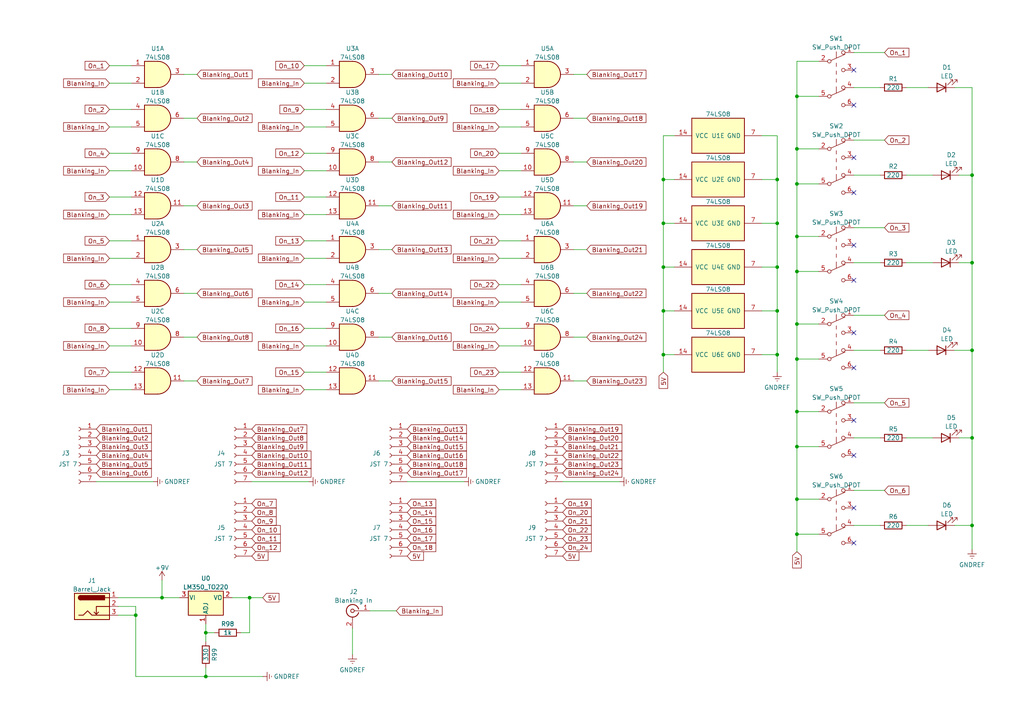
<source format=kicad_sch>
(kicad_sch (version 20211123) (generator eeschema)
  (paper "A4")
  (lib_symbols
    (symbol "74xx:74LS08" (pin_names (offset 1.016))
      (property "Reference" "U" (at 0 1.27 0))
      (property "Value" "74LS08" (at 0 -1.27 0))
      (symbol "74LS08_1_1"
        (pin input line (at -7.62 2.54 0) (length 3.81) (name "~") (number "1"))
        (pin input line (at -7.62 -2.54 0) (length 3.81) (name "~") (number "2"))
        (pin output line (at 7.62 0 180) (length 3.81) (name "~") (number "3"))
      )
      (symbol "74LS08_1_2"
        (pin input inverted (at -7.62 2.54 0) (length 4.318) (name "~") (number "1"))
        (pin input inverted (at -7.62 -2.54 0) (length 4.318) (name "~") (number "2"))
        (pin output inverted (at 7.62 0 180) (length 3.81) (name "~") (number "3"))
      )
      (symbol "74LS08_2_1"
        (pin input line (at -7.62 2.54 0) (length 3.81) (name "~") (number "4"))
        (pin input line (at -7.62 -2.54 0) (length 3.81) (name "~") (number "5"))
        (pin output line (at 7.62 0 180) (length 3.81) (name "~") (number "6"))
      )
      (symbol "74LS08_2_2"
        (pin input inverted (at -7.62 2.54 0) (length 4.318) (name "~") (number "4"))
        (pin input inverted (at -7.62 -2.54 0) (length 4.318) (name "~") (number "5"))
        (pin output inverted (at 7.62 0 180) (length 3.81) (name "~") (number "6"))
      )
      (symbol "74LS08_3_1"
        (pin input line (at -7.62 -2.54 0) (length 3.81) (name "~") (number "10"))
        (pin output line (at 7.62 0 180) (length 3.81) (name "~") (number "8"))
        (pin input line (at -7.62 2.54 0) (length 3.81) (name "~") (number "9"))
      )
      (symbol "74LS08_3_2"
        (pin input inverted (at -7.62 -2.54 0) (length 4.318) (name "~") (number "10"))
        (pin output inverted (at 7.62 0 180) (length 3.81) (name "~") (number "8"))
        (pin input inverted (at -7.62 2.54 0) (length 4.318) (name "~") (number "9"))
      )
      (symbol "74LS08_4_1"
        (pin output line (at 7.62 0 180) (length 3.81) (name "~") (number "11"))
        (pin input line (at -7.62 2.54 0) (length 3.81) (name "~") (number "12"))
        (pin input line (at -7.62 -2.54 0) (length 3.81) (name "~") (number "13"))
      )
      (symbol "74LS08_4_2"
        (pin output inverted (at 7.62 0 180) (length 3.81) (name "~") (number "11"))
        (pin input inverted (at -7.62 2.54 0) (length 4.318) (name "~") (number "12"))
        (pin input inverted (at -7.62 -2.54 0) (length 4.318) (name "~") (number "13"))
      )
      (symbol "74LS08_5_0"
        (pin power_in line (at 0 12.7 270) (length 5.08) (name "VCC") (number "14"))
        (pin power_in line (at 0 -12.7 90) (length 5.08) (name "GND") (number "7"))
      )
    )
    (symbol "Connector:Barrel_Jack_Switch_Pin3Ring" (pin_names hide)
      (property "Reference" "J" (at 0 5.334 0))
      (property "Value" "Barrel_Jack_Switch_Pin3Ring" (at 0 -5.08 0))
      (symbol "Barrel_Jack_Switch_Pin3Ring_1_1"
        (pin passive line (at 7.62 2.54 180) (length 2.54) (name "~") (number "1"))
        (pin passive line (at 7.62 0 180) (length 2.54) (name "~") (number "2"))
        (pin passive line (at 7.62 -2.54 180) (length 2.54) (name "~") (number "3"))
      )
    )
    (symbol "Connector:Conn_01x07_Female" (pin_names (offset 1.016) hide)
      (property "Reference" "J" (at 0 10.16 0))
      (property "Value" "Conn_01x07_Female" (at 0 -10.16 0))
      (symbol "Conn_01x07_Female_1_1"
        (pin passive line (at -5.08 7.62 0) (length 3.81) (name "Pin_1") (number "1"))
        (pin passive line (at -5.08 5.08 0) (length 3.81) (name "Pin_2") (number "2"))
        (pin passive line (at -5.08 2.54 0) (length 3.81) (name "Pin_3") (number "3"))
        (pin passive line (at -5.08 0 0) (length 3.81) (name "Pin_4") (number "4"))
        (pin passive line (at -5.08 -2.54 0) (length 3.81) (name "Pin_5") (number "5"))
        (pin passive line (at -5.08 -5.08 0) (length 3.81) (name "Pin_6") (number "6"))
        (pin passive line (at -5.08 -7.62 0) (length 3.81) (name "Pin_7") (number "7"))
      )
    )
    (symbol "Connector:Conn_Coaxial" (pin_names (offset 1.016) hide)
      (property "Reference" "J" (at 0.254 3.048 0))
      (property "Value" "Conn_Coaxial" (at 2.921 0 90))
      (symbol "Conn_Coaxial_1_1"
        (pin passive line (at -5.08 0 0) (length 2.54) (name "In") (number "1"))
        (pin passive line (at 0 -5.08 90) (length 2.54) (name "Ext") (number "2"))
      )
    )
    (symbol "Device:LED" (pin_numbers hide) (pin_names (offset 1.016) hide)
      (property "Reference" "D" (at 0 2.54 0))
      (property "Value" "LED" (at 0 -2.54 0))
      (symbol "LED_1_1"
        (pin passive line (at -3.81 0 0) (length 2.54) (name "K") (number "1"))
        (pin passive line (at 3.81 0 180) (length 2.54) (name "A") (number "2"))
      )
    )
    (symbol "Device:R" (pin_numbers hide) (pin_names (offset 0))
      (property "Reference" "R" (at 2.032 0 90))
      (property "Value" "R" (at 0 0 90))
      (symbol "R_1_1"
        (pin passive line (at 0 3.81 270) (length 1.27) (name "~") (number "1"))
        (pin passive line (at 0 -3.81 90) (length 1.27) (name "~") (number "2"))
      )
    )
    (symbol "Regulator_Linear:LM350_TO220" (pin_names (offset 0.254))
      (property "Reference" "U" (at -3.81 3.175 0))
      (property "Value" "LM350_TO220" (at 0 3.175 0))
      (symbol "LM350_TO220_1_1"
        (pin input line (at 0 -7.62 90) (length 2.54) (name "ADJ") (number "1"))
        (pin power_out line (at 7.62 0 180) (length 2.54) (name "VO") (number "2"))
        (pin power_in line (at -7.62 0 0) (length 2.54) (name "VI") (number "3"))
      )
    )
    (symbol "Switch:SW_Push_DPDT" (pin_names (offset 0) hide)
      (property "Reference" "SW" (at 0 8.89 0))
      (property "Value" "SW_Push_DPDT" (at 0 -10.16 0))
      (symbol "SW_Push_DPDT_1_1"
        (pin passive line (at 5.08 7.62 180) (length 2.54) (name "A") (number "1"))
        (pin passive line (at -5.08 5.08 0) (length 2.54) (name "B") (number "2"))
        (pin passive line (at 5.08 2.54 180) (length 2.54) (name "C") (number "3"))
        (pin passive line (at 5.08 -2.54 180) (length 2.54) (name "A") (number "4"))
        (pin passive line (at -5.08 -5.08 0) (length 2.54) (name "B") (number "5"))
        (pin passive line (at 5.08 -7.62 180) (length 2.54) (name "C") (number "6"))
      )
    )
    (symbol "power:+9V" (power) (pin_names (offset 0))
      (property "Value" "+9V" (at 0 3.556 0))
      (symbol "+9V_1_1"
        (pin power_in line (at 0 0 90) (length 0) hide (name "+9V") (number "1"))
      )
    )
    (symbol "power:GNDREF" (power) (pin_names (offset 0))
      (property "Value" "GNDREF" (at 0 -3.81 0))
      (symbol "GNDREF_1_1"
        (pin power_in line (at 0 0 270) (length 0) hide (name "GNDREF") (number "1"))
      )
    )
  )
  (junction (at 225.425 77.47))
  (junction (at 231.14 53.34))
  (junction (at 231.14 68.58))
  (junction (at 192.405 77.47))
  (junction (at 281.94 127))
  (junction (at 231.14 78.74))
  (junction (at 192.405 64.77))
  (junction (at 225.425 64.77))
  (junction (at 281.94 50.8))
  (junction (at 231.14 43.18))
  (junction (at 72.39 173.355))
  (junction (at 231.14 154.94))
  (junction (at 225.425 52.07))
  (junction (at 281.94 101.6))
  (junction (at 231.14 104.14))
  (junction (at 225.425 102.87))
  (junction (at 59.69 196.215))
  (junction (at 281.94 152.4))
  (junction (at 39.37 178.435))
  (junction (at 231.14 129.54))
  (junction (at 59.69 183.515))
  (junction (at 225.425 90.17))
  (junction (at 231.14 27.94))
  (junction (at 192.405 52.07))
  (junction (at 46.99 173.355))
  (junction (at 192.405 102.87))
  (junction (at 231.14 144.78))
  (junction (at 231.14 119.38))
  (junction (at 281.94 76.2))
  (junction (at 192.405 90.17))
  (junction (at 231.14 93.98))
  (no_connect (at 247.65 121.92))
  (no_connect (at 247.65 20.32))
  (no_connect (at 247.65 132.08))
  (no_connect (at 247.65 106.68))
  (no_connect (at 247.65 147.32))
  (no_connect (at 247.65 71.12))
  (no_connect (at 247.65 55.88))
  (no_connect (at 247.65 30.48))
  (no_connect (at 247.65 45.72))
  (no_connect (at 247.65 157.48))
  (no_connect (at 247.65 81.28))
  (no_connect (at 247.65 96.52))
  (wire (pts (xy 262.89 50.8) (xy 270.51 50.8)))
  (wire (pts (xy 31.75 36.83) (xy 38.1 36.83)))
  (wire (pts (xy 231.14 43.18) (xy 231.14 53.34)))
  (wire (pts (xy 109.855 46.99) (xy 113.665 46.99)))
  (wire (pts (xy 88.265 19.05) (xy 94.615 19.05)))
  (wire (pts (xy 144.78 24.13) (xy 151.13 24.13)))
  (wire (pts (xy 231.14 27.94) (xy 231.14 43.18)))
  (wire (pts (xy 144.78 74.93) (xy 151.13 74.93)))
  (wire (pts (xy 225.425 90.17) (xy 225.425 102.87)))
  (wire (pts (xy 281.94 25.4) (xy 281.94 50.8)))
  (wire (pts (xy 53.34 21.59) (xy 57.15 21.59)))
  (wire (pts (xy 59.69 193.675) (xy 59.69 196.215)))
  (wire (pts (xy 31.75 31.75) (xy 38.1 31.75)))
  (wire (pts (xy 192.405 102.87) (xy 192.405 107.95)))
  (wire (pts (xy 88.265 107.95) (xy 94.615 107.95)))
  (wire (pts (xy 225.425 90.17) (xy 220.98 90.17)))
  (wire (pts (xy 163.195 139.7) (xy 179.705 139.7)))
  (wire (pts (xy 34.29 178.435) (xy 39.37 178.435)))
  (wire (pts (xy 281.94 76.2) (xy 281.94 101.6)))
  (wire (pts (xy 231.14 68.58) (xy 231.14 78.74)))
  (wire (pts (xy 31.75 62.23) (xy 38.1 62.23)))
  (wire (pts (xy 31.75 24.13) (xy 38.1 24.13)))
  (wire (pts (xy 31.75 19.05) (xy 38.1 19.05)))
  (wire (pts (xy 27.94 139.7) (xy 44.45 139.7)))
  (wire (pts (xy 278.13 50.8) (xy 281.94 50.8)))
  (wire (pts (xy 109.855 85.09) (xy 113.665 85.09)))
  (wire (pts (xy 53.34 46.99) (xy 57.15 46.99)))
  (wire (pts (xy 88.265 57.15) (xy 94.615 57.15)))
  (wire (pts (xy 276.86 101.6) (xy 281.94 101.6)))
  (wire (pts (xy 166.37 46.99) (xy 170.18 46.99)))
  (wire (pts (xy 88.265 36.83) (xy 94.615 36.83)))
  (wire (pts (xy 262.89 101.6) (xy 269.24 101.6)))
  (wire (pts (xy 31.75 57.15) (xy 38.1 57.15)))
  (wire (pts (xy 144.78 31.75) (xy 151.13 31.75)))
  (wire (pts (xy 109.855 97.79) (xy 113.665 97.79)))
  (wire (pts (xy 262.89 152.4) (xy 269.24 152.4)))
  (wire (pts (xy 144.78 95.25) (xy 151.13 95.25)))
  (wire (pts (xy 225.425 39.37) (xy 225.425 52.07)))
  (wire (pts (xy 195.58 52.07) (xy 192.405 52.07)))
  (wire (pts (xy 88.265 87.63) (xy 94.615 87.63)))
  (wire (pts (xy 144.78 19.05) (xy 151.13 19.05)))
  (wire (pts (xy 144.78 62.23) (xy 151.13 62.23)))
  (wire (pts (xy 281.94 101.6) (xy 281.94 127)))
  (wire (pts (xy 276.86 25.4) (xy 281.94 25.4)))
  (wire (pts (xy 231.14 119.38) (xy 231.14 129.54)))
  (wire (pts (xy 69.85 183.515) (xy 72.39 183.515)))
  (wire (pts (xy 88.265 24.13) (xy 94.615 24.13)))
  (wire (pts (xy 192.405 90.17) (xy 195.58 90.17)))
  (wire (pts (xy 247.65 101.6) (xy 255.27 101.6)))
  (wire (pts (xy 192.405 52.07) (xy 192.405 64.77)))
  (wire (pts (xy 59.69 196.215) (xy 76.2 196.215)))
  (wire (pts (xy 73.025 139.7) (xy 89.535 139.7)))
  (wire (pts (xy 53.34 59.69) (xy 57.15 59.69)))
  (wire (pts (xy 166.37 85.09) (xy 170.18 85.09)))
  (wire (pts (xy 31.75 44.45) (xy 38.1 44.45)))
  (wire (pts (xy 231.14 53.34) (xy 231.14 68.58)))
  (wire (pts (xy 220.98 39.37) (xy 225.425 39.37)))
  (wire (pts (xy 166.37 72.39) (xy 170.18 72.39)))
  (wire (pts (xy 231.14 154.94) (xy 237.49 154.94)))
  (wire (pts (xy 231.14 27.94) (xy 231.14 17.78)))
  (wire (pts (xy 281.94 127) (xy 281.94 152.4)))
  (wire (pts (xy 88.265 44.45) (xy 94.615 44.45)))
  (wire (pts (xy 144.78 87.63) (xy 151.13 87.63)))
  (wire (pts (xy 88.265 82.55) (xy 94.615 82.55)))
  (wire (pts (xy 231.14 104.14) (xy 237.49 104.14)))
  (wire (pts (xy 220.98 52.07) (xy 225.425 52.07)))
  (wire (pts (xy 144.78 49.53) (xy 151.13 49.53)))
  (wire (pts (xy 278.13 127) (xy 281.94 127)))
  (wire (pts (xy 31.75 100.33) (xy 38.1 100.33)))
  (wire (pts (xy 278.13 76.2) (xy 281.94 76.2)))
  (wire (pts (xy 192.405 39.37) (xy 195.58 39.37)))
  (wire (pts (xy 109.855 59.69) (xy 113.665 59.69)))
  (wire (pts (xy 247.65 15.24) (xy 256.54 15.24)))
  (wire (pts (xy 88.265 95.25) (xy 94.615 95.25)))
  (wire (pts (xy 39.37 175.895) (xy 39.37 178.435)))
  (wire (pts (xy 31.75 95.25) (xy 38.1 95.25)))
  (wire (pts (xy 231.14 53.34) (xy 237.49 53.34)))
  (wire (pts (xy 88.265 100.33) (xy 94.615 100.33)))
  (wire (pts (xy 31.75 49.53) (xy 38.1 49.53)))
  (wire (pts (xy 247.65 91.44) (xy 256.54 91.44)))
  (wire (pts (xy 262.89 127) (xy 270.51 127)))
  (wire (pts (xy 225.425 77.47) (xy 225.425 90.17)))
  (wire (pts (xy 231.14 78.74) (xy 237.49 78.74)))
  (wire (pts (xy 247.65 66.04) (xy 256.54 66.04)))
  (wire (pts (xy 59.69 196.215) (xy 39.37 196.215)))
  (wire (pts (xy 262.89 25.4) (xy 269.24 25.4)))
  (wire (pts (xy 102.235 182.245) (xy 102.235 189.865)))
  (wire (pts (xy 281.94 50.8) (xy 281.94 76.2)))
  (wire (pts (xy 231.14 68.58) (xy 237.49 68.58)))
  (wire (pts (xy 46.99 173.355) (xy 52.07 173.355)))
  (wire (pts (xy 53.34 34.29) (xy 57.15 34.29)))
  (wire (pts (xy 144.78 44.45) (xy 151.13 44.45)))
  (wire (pts (xy 59.69 183.515) (xy 59.69 186.055)))
  (wire (pts (xy 144.78 69.85) (xy 151.13 69.85)))
  (wire (pts (xy 109.855 72.39) (xy 113.665 72.39)))
  (wire (pts (xy 281.94 152.4) (xy 281.94 159.385)))
  (wire (pts (xy 34.29 173.355) (xy 46.99 173.355)))
  (wire (pts (xy 231.14 144.78) (xy 237.49 144.78)))
  (wire (pts (xy 88.265 62.23) (xy 94.615 62.23)))
  (wire (pts (xy 192.405 52.07) (xy 192.405 39.37)))
  (wire (pts (xy 231.14 17.78) (xy 237.49 17.78)))
  (wire (pts (xy 231.14 144.78) (xy 231.14 154.94)))
  (wire (pts (xy 247.65 116.84) (xy 256.54 116.84)))
  (wire (pts (xy 192.405 64.77) (xy 192.405 77.47)))
  (wire (pts (xy 59.69 180.975) (xy 59.69 183.515)))
  (wire (pts (xy 192.405 64.77) (xy 195.58 64.77)))
  (wire (pts (xy 109.855 21.59) (xy 113.665 21.59)))
  (wire (pts (xy 166.37 21.59) (xy 170.18 21.59)))
  (wire (pts (xy 144.78 82.55) (xy 151.13 82.55)))
  (wire (pts (xy 231.14 129.54) (xy 231.14 144.78)))
  (wire (pts (xy 231.14 43.18) (xy 237.49 43.18)))
  (wire (pts (xy 247.65 76.2) (xy 255.27 76.2)))
  (wire (pts (xy 31.75 107.95) (xy 38.1 107.95)))
  (wire (pts (xy 231.14 119.38) (xy 237.49 119.38)))
  (wire (pts (xy 31.75 113.03) (xy 38.1 113.03)))
  (wire (pts (xy 192.405 77.47) (xy 192.405 90.17)))
  (wire (pts (xy 39.37 178.435) (xy 39.37 196.215)))
  (wire (pts (xy 31.75 82.55) (xy 38.1 82.55)))
  (wire (pts (xy 144.78 100.33) (xy 151.13 100.33)))
  (wire (pts (xy 59.69 183.515) (xy 62.23 183.515)))
  (wire (pts (xy 88.265 31.75) (xy 94.615 31.75)))
  (wire (pts (xy 247.65 50.8) (xy 255.27 50.8)))
  (wire (pts (xy 107.315 177.165) (xy 114.935 177.165)))
  (wire (pts (xy 225.425 52.07) (xy 225.425 64.77)))
  (wire (pts (xy 225.425 102.87) (xy 225.425 107.95)))
  (wire (pts (xy 225.425 102.87) (xy 220.98 102.87)))
  (wire (pts (xy 118.11 139.7) (xy 134.62 139.7)))
  (wire (pts (xy 262.89 76.2) (xy 270.51 76.2)))
  (wire (pts (xy 166.37 110.49) (xy 170.18 110.49)))
  (wire (pts (xy 53.34 110.49) (xy 57.15 110.49)))
  (wire (pts (xy 192.405 77.47) (xy 195.58 77.47)))
  (wire (pts (xy 231.14 93.98) (xy 237.49 93.98)))
  (wire (pts (xy 237.49 27.94) (xy 231.14 27.94)))
  (wire (pts (xy 109.855 34.29) (xy 113.665 34.29)))
  (wire (pts (xy 88.265 49.53) (xy 94.615 49.53)))
  (wire (pts (xy 88.265 74.93) (xy 94.615 74.93)))
  (wire (pts (xy 192.405 90.17) (xy 192.405 102.87)))
  (wire (pts (xy 247.65 25.4) (xy 255.27 25.4)))
  (wire (pts (xy 192.405 102.87) (xy 195.58 102.87)))
  (wire (pts (xy 88.265 69.85) (xy 94.615 69.85)))
  (wire (pts (xy 31.75 69.85) (xy 38.1 69.85)))
  (wire (pts (xy 247.65 152.4) (xy 255.27 152.4)))
  (wire (pts (xy 144.78 113.03) (xy 151.13 113.03)))
  (wire (pts (xy 166.37 97.79) (xy 170.18 97.79)))
  (wire (pts (xy 225.425 64.77) (xy 225.425 77.47)))
  (wire (pts (xy 109.855 110.49) (xy 113.665 110.49)))
  (wire (pts (xy 247.65 127) (xy 255.27 127)))
  (wire (pts (xy 46.99 168.275) (xy 46.99 173.355)))
  (wire (pts (xy 31.75 74.93) (xy 38.1 74.93)))
  (wire (pts (xy 67.31 173.355) (xy 72.39 173.355)))
  (wire (pts (xy 231.14 154.94) (xy 231.14 160.02)))
  (wire (pts (xy 34.29 175.895) (xy 39.37 175.895)))
  (wire (pts (xy 88.265 113.03) (xy 94.615 113.03)))
  (wire (pts (xy 220.98 64.77) (xy 225.425 64.77)))
  (wire (pts (xy 231.14 93.98) (xy 231.14 104.14)))
  (wire (pts (xy 53.34 97.79) (xy 57.15 97.79)))
  (wire (pts (xy 144.78 57.15) (xy 151.13 57.15)))
  (wire (pts (xy 247.65 40.64) (xy 256.54 40.64)))
  (wire (pts (xy 53.34 72.39) (xy 57.15 72.39)))
  (wire (pts (xy 276.86 152.4) (xy 281.94 152.4)))
  (wire (pts (xy 166.37 34.29) (xy 170.18 34.29)))
  (wire (pts (xy 72.39 173.355) (xy 72.39 183.515)))
  (wire (pts (xy 231.14 104.14) (xy 231.14 119.38)))
  (wire (pts (xy 225.425 77.47) (xy 220.98 77.47)))
  (wire (pts (xy 31.75 87.63) (xy 38.1 87.63)))
  (wire (pts (xy 166.37 59.69) (xy 170.18 59.69)))
  (wire (pts (xy 247.65 142.24) (xy 256.54 142.24)))
  (wire (pts (xy 144.78 107.95) (xy 151.13 107.95)))
  (wire (pts (xy 72.39 173.355) (xy 76.2 173.355)))
  (wire (pts (xy 144.78 36.83) (xy 151.13 36.83)))
  (wire (pts (xy 231.14 78.74) (xy 231.14 93.98)))
  (wire (pts (xy 231.14 129.54) (xy 237.49 129.54)))
  (wire (pts (xy 53.34 85.09) (xy 57.15 85.09)))
  (global_label "Blanking_Out15" (shape input) (at 113.665 110.49 0) (property "Intersheet References" "${INTERSHEET_REFS}" (effects hide)))
  (global_label "Blanking_Out7" (shape input) (at 57.15 110.49 0) (property "Intersheet References" "${INTERSHEET_REFS}" (effects hide)))
  (global_label "On_11" (shape input) (at 88.265 57.15 180) (property "Intersheet References" "${INTERSHEET_REFS}" (effects hide)))
  (global_label "Blanking_In" (shape input) (at 88.265 62.23 180) (property "Intersheet References" "${INTERSHEET_REFS}" (effects hide)))
  (global_label "Blanking_Out13" (shape input) (at 113.665 72.39 0) (property "Intersheet References" "${INTERSHEET_REFS}" (effects hide)))
  (global_label "Blanking_In" (shape input) (at 88.265 49.53 180) (property "Intersheet References" "${INTERSHEET_REFS}" (effects hide)))
  (global_label "Blanking_Out23" (shape input) (at 170.18 110.49 0) (property "Intersheet References" "${INTERSHEET_REFS}" (effects hide)))
  (global_label "On_22" (shape input) (at 163.195 153.67 0) (property "Intersheet References" "${INTERSHEET_REFS}" (effects hide)))
  (global_label "Blanking_Out19" (shape input) (at 163.195 124.46 0) (property "Intersheet References" "${INTERSHEET_REFS}" (effects hide)))
  (global_label "Blanking_Out1" (shape input) (at 27.94 124.46 0) (property "Intersheet References" "${INTERSHEET_REFS}" (effects hide)))
  (global_label "5V" (shape input) (at 163.195 161.29 0) (property "Intersheet References" "${INTERSHEET_REFS}" (effects hide)))
  (global_label "On_6" (shape input) (at 31.75 82.55 180) (property "Intersheet References" "${INTERSHEET_REFS}" (effects hide)))
  (global_label "Blanking_Out4" (shape input) (at 27.94 132.08 0) (property "Intersheet References" "${INTERSHEET_REFS}" (effects hide)))
  (global_label "On_23" (shape input) (at 163.195 156.21 0) (property "Intersheet References" "${INTERSHEET_REFS}" (effects hide)))
  (global_label "On_22" (shape input) (at 144.78 82.55 180) (property "Intersheet References" "${INTERSHEET_REFS}" (effects hide)))
  (global_label "On_16" (shape input) (at 88.265 95.25 180) (property "Intersheet References" "${INTERSHEET_REFS}" (effects hide)))
  (global_label "On_2" (shape input) (at 256.54 40.64 0) (property "Intersheet References" "${INTERSHEET_REFS}" (effects hide)))
  (global_label "Blanking_Out20" (shape input) (at 163.195 127 0) (property "Intersheet References" "${INTERSHEET_REFS}" (effects hide)))
  (global_label "On_16" (shape input) (at 118.11 153.67 0) (property "Intersheet References" "${INTERSHEET_REFS}" (effects hide)))
  (global_label "Blanking_In" (shape input) (at 88.265 74.93 180) (property "Intersheet References" "${INTERSHEET_REFS}" (effects hide)))
  (global_label "Blanking_Out3" (shape input) (at 27.94 129.54 0) (property "Intersheet References" "${INTERSHEET_REFS}" (effects hide)))
  (global_label "5V" (shape input) (at 231.14 160.02 270) (property "Intersheet References" "${INTERSHEET_REFS}" (effects hide)))
  (global_label "Blanking_In" (shape input) (at 31.75 113.03 180) (property "Intersheet References" "${INTERSHEET_REFS}" (effects hide)))
  (global_label "On_10" (shape input) (at 88.265 19.05 180) (property "Intersheet References" "${INTERSHEET_REFS}" (effects hide)))
  (global_label "5V" (shape input) (at 192.405 107.95 270) (property "Intersheet References" "${INTERSHEET_REFS}" (effects hide)))
  (global_label "On_18" (shape input) (at 144.78 31.75 180) (property "Intersheet References" "${INTERSHEET_REFS}" (effects hide)))
  (global_label "Blanking_In" (shape input) (at 31.75 36.83 180) (property "Intersheet References" "${INTERSHEET_REFS}" (effects hide)))
  (global_label "On_23" (shape input) (at 144.78 107.95 180) (property "Intersheet References" "${INTERSHEET_REFS}" (effects hide)))
  (global_label "Blanking_Out20" (shape input) (at 170.18 46.99 0) (property "Intersheet References" "${INTERSHEET_REFS}" (effects hide)))
  (global_label "Blanking_In" (shape input) (at 88.265 100.33 180) (property "Intersheet References" "${INTERSHEET_REFS}" (effects hide)))
  (global_label "Blanking_Out12" (shape input) (at 73.025 137.16 0) (property "Intersheet References" "${INTERSHEET_REFS}" (effects hide)))
  (global_label "Blanking_In" (shape input) (at 31.75 87.63 180) (property "Intersheet References" "${INTERSHEET_REFS}" (effects hide)))
  (global_label "On_10" (shape input) (at 73.025 153.67 0) (property "Intersheet References" "${INTERSHEET_REFS}" (effects hide)))
  (global_label "5V" (shape input) (at 76.2 173.355 0) (property "Intersheet References" "${INTERSHEET_REFS}" (effects hide)))
  (global_label "Blanking_Out16" (shape input) (at 118.11 132.08 0) (property "Intersheet References" "${INTERSHEET_REFS}" (effects hide)))
  (global_label "Blanking_In" (shape input) (at 144.78 62.23 180) (property "Intersheet References" "${INTERSHEET_REFS}" (effects hide)))
  (global_label "Blanking_In" (shape input) (at 144.78 87.63 180) (property "Intersheet References" "${INTERSHEET_REFS}" (effects hide)))
  (global_label "Blanking_In" (shape input) (at 144.78 24.13 180) (property "Intersheet References" "${INTERSHEET_REFS}" (effects hide)))
  (global_label "Blanking_Out2" (shape input) (at 57.15 34.29 0) (property "Intersheet References" "${INTERSHEET_REFS}" (effects hide)))
  (global_label "On_7" (shape input) (at 73.025 146.05 0) (property "Intersheet References" "${INTERSHEET_REFS}" (effects hide)))
  (global_label "On_6" (shape input) (at 256.54 142.24 0) (property "Intersheet References" "${INTERSHEET_REFS}" (effects hide)))
  (global_label "Blanking_In" (shape input) (at 144.78 74.93 180) (property "Intersheet References" "${INTERSHEET_REFS}" (effects hide)))
  (global_label "On_12" (shape input) (at 73.025 158.75 0) (property "Intersheet References" "${INTERSHEET_REFS}" (effects hide)))
  (global_label "Blanking_Out14" (shape input) (at 118.11 127 0) (property "Intersheet References" "${INTERSHEET_REFS}" (effects hide)))
  (global_label "Blanking_Out9" (shape input) (at 73.025 129.54 0) (property "Intersheet References" "${INTERSHEET_REFS}" (effects hide)))
  (global_label "On_14" (shape input) (at 88.265 82.55 180) (property "Intersheet References" "${INTERSHEET_REFS}" (effects hide)))
  (global_label "On_11" (shape input) (at 73.025 156.21 0) (property "Intersheet References" "${INTERSHEET_REFS}" (effects hide)))
  (global_label "On_15" (shape input) (at 88.265 107.95 180) (property "Intersheet References" "${INTERSHEET_REFS}" (effects hide)))
  (global_label "On_20" (shape input) (at 163.195 148.59 0) (property "Intersheet References" "${INTERSHEET_REFS}" (effects hide)))
  (global_label "Blanking_Out23" (shape input) (at 163.195 134.62 0) (property "Intersheet References" "${INTERSHEET_REFS}" (effects hide)))
  (global_label "Blanking_Out12" (shape input) (at 113.665 46.99 0) (property "Intersheet References" "${INTERSHEET_REFS}" (effects hide)))
  (global_label "Blanking_Out14" (shape input) (at 113.665 85.09 0) (property "Intersheet References" "${INTERSHEET_REFS}" (effects hide)))
  (global_label "On_5" (shape input) (at 256.54 116.84 0) (property "Intersheet References" "${INTERSHEET_REFS}" (effects hide)))
  (global_label "On_3" (shape input) (at 31.75 57.15 180) (property "Intersheet References" "${INTERSHEET_REFS}" (effects hide)))
  (global_label "On_13" (shape input) (at 88.265 69.85 180) (property "Intersheet References" "${INTERSHEET_REFS}" (effects hide)))
  (global_label "On_9" (shape input) (at 88.265 31.75 180) (property "Intersheet References" "${INTERSHEET_REFS}" (effects hide)))
  (global_label "On_19" (shape input) (at 163.195 146.05 0) (property "Intersheet References" "${INTERSHEET_REFS}" (effects hide)))
  (global_label "On_1" (shape input) (at 31.75 19.05 180) (property "Intersheet References" "${INTERSHEET_REFS}" (effects hide)))
  (global_label "Blanking_Out15" (shape input) (at 118.11 129.54 0) (property "Intersheet References" "${INTERSHEET_REFS}" (effects hide)))
  (global_label "Blanking_Out6" (shape input) (at 27.94 137.16 0) (property "Intersheet References" "${INTERSHEET_REFS}" (effects hide)))
  (global_label "Blanking_Out11" (shape input) (at 73.025 134.62 0) (property "Intersheet References" "${INTERSHEET_REFS}" (effects hide)))
  (global_label "5V" (shape input) (at 118.11 161.29 0) (property "Intersheet References" "${INTERSHEET_REFS}" (effects hide)))
  (global_label "Blanking_Out24" (shape input) (at 170.18 97.79 0) (property "Intersheet References" "${INTERSHEET_REFS}" (effects hide)))
  (global_label "5V" (shape input) (at 73.025 161.29 0) (property "Intersheet References" "${INTERSHEET_REFS}" (effects hide)))
  (global_label "Blanking_Out6" (shape input) (at 57.15 85.09 0) (property "Intersheet References" "${INTERSHEET_REFS}" (effects hide)))
  (global_label "Blanking_In" (shape input) (at 31.75 100.33 180) (property "Intersheet References" "${INTERSHEET_REFS}" (effects hide)))
  (global_label "Blanking_Out17" (shape input) (at 170.18 21.59 0) (property "Intersheet References" "${INTERSHEET_REFS}" (effects hide)))
  (global_label "Blanking_Out11" (shape input) (at 113.665 59.69 0) (property "Intersheet References" "${INTERSHEET_REFS}" (effects hide)))
  (global_label "On_1" (shape input) (at 256.54 15.24 0) (property "Intersheet References" "${INTERSHEET_REFS}" (effects hide)))
  (global_label "Blanking_In" (shape input) (at 88.265 113.03 180) (property "Intersheet References" "${INTERSHEET_REFS}" (effects hide)))
  (global_label "On_17" (shape input) (at 118.11 156.21 0) (property "Intersheet References" "${INTERSHEET_REFS}" (effects hide)))
  (global_label "Blanking_In" (shape input) (at 114.935 177.165 0) (property "Intersheet References" "${INTERSHEET_REFS}" (effects hide)))
  (global_label "Blanking_Out24" (shape input) (at 163.195 137.16 0) (property "Intersheet References" "${INTERSHEET_REFS}" (effects hide)))
  (global_label "Blanking_Out9" (shape input) (at 113.665 34.29 0) (property "Intersheet References" "${INTERSHEET_REFS}" (effects hide)))
  (global_label "Blanking_Out17" (shape input) (at 118.11 137.16 0) (property "Intersheet References" "${INTERSHEET_REFS}" (effects hide)))
  (global_label "Blanking_Out8" (shape input) (at 73.025 127 0) (property "Intersheet References" "${INTERSHEET_REFS}" (effects hide)))
  (global_label "Blanking_Out2" (shape input) (at 27.94 127 0) (property "Intersheet References" "${INTERSHEET_REFS}" (effects hide)))
  (global_label "Blanking_Out22" (shape input) (at 170.18 85.09 0) (property "Intersheet References" "${INTERSHEET_REFS}" (effects hide)))
  (global_label "On_21" (shape input) (at 163.195 151.13 0) (property "Intersheet References" "${INTERSHEET_REFS}" (effects hide)))
  (global_label "On_12" (shape input) (at 88.265 44.45 180) (property "Intersheet References" "${INTERSHEET_REFS}" (effects hide)))
  (global_label "Blanking_Out5" (shape input) (at 57.15 72.39 0) (property "Intersheet References" "${INTERSHEET_REFS}" (effects hide)))
  (global_label "Blanking_In" (shape input) (at 144.78 49.53 180) (property "Intersheet References" "${INTERSHEET_REFS}" (effects hide)))
  (global_label "On_19" (shape input) (at 144.78 57.15 180) (property "Intersheet References" "${INTERSHEET_REFS}" (effects hide)))
  (global_label "On_17" (shape input) (at 144.78 19.05 180) (property "Intersheet References" "${INTERSHEET_REFS}" (effects hide)))
  (global_label "On_20" (shape input) (at 144.78 44.45 180) (property "Intersheet References" "${INTERSHEET_REFS}" (effects hide)))
  (global_label "On_8" (shape input) (at 31.75 95.25 180) (property "Intersheet References" "${INTERSHEET_REFS}" (effects hide)))
  (global_label "On_7" (shape input) (at 31.75 107.95 180) (property "Intersheet References" "${INTERSHEET_REFS}" (effects hide)))
  (global_label "Blanking_Out8" (shape input) (at 57.15 97.79 0) (property "Intersheet References" "${INTERSHEET_REFS}" (effects hide)))
  (global_label "Blanking_In" (shape input) (at 31.75 24.13 180) (property "Intersheet References" "${INTERSHEET_REFS}" (effects hide)))
  (global_label "Blanking_In" (shape input) (at 88.265 24.13 180) (property "Intersheet References" "${INTERSHEET_REFS}" (effects hide)))
  (global_label "On_24" (shape input) (at 144.78 95.25 180) (property "Intersheet References" "${INTERSHEET_REFS}" (effects hide)))
  (global_label "On_21" (shape input) (at 144.78 69.85 180) (property "Intersheet References" "${INTERSHEET_REFS}" (effects hide)))
  (global_label "Blanking_Out18" (shape input) (at 118.11 134.62 0) (property "Intersheet References" "${INTERSHEET_REFS}" (effects hide)))
  (global_label "On_9" (shape input) (at 73.025 151.13 0) (property "Intersheet References" "${INTERSHEET_REFS}" (effects hide)))
  (global_label "On_4" (shape input) (at 256.54 91.44 0) (property "Intersheet References" "${INTERSHEET_REFS}" (effects hide)))
  (global_label "Blanking_Out13" (shape input) (at 118.11 124.46 0) (property "Intersheet References" "${INTERSHEET_REFS}" (effects hide)))
  (global_label "Blanking_Out10" (shape input) (at 113.665 21.59 0) (property "Intersheet References" "${INTERSHEET_REFS}" (effects hide)))
  (global_label "Blanking_Out5" (shape input) (at 27.94 134.62 0) (property "Intersheet References" "${INTERSHEET_REFS}" (effects hide)))
  (global_label "Blanking_In" (shape input) (at 88.265 36.83 180) (property "Intersheet References" "${INTERSHEET_REFS}" (effects hide)))
  (global_label "On_8" (shape input) (at 73.025 148.59 0) (property "Intersheet References" "${INTERSHEET_REFS}" (effects hide)))
  (global_label "Blanking_Out18" (shape input) (at 170.18 34.29 0) (property "Intersheet References" "${INTERSHEET_REFS}" (effects hide)))
  (global_label "Blanking_In" (shape input) (at 144.78 36.83 180) (property "Intersheet References" "${INTERSHEET_REFS}" (effects hide)))
  (global_label "On_14" (shape input) (at 118.11 148.59 0) (property "Intersheet References" "${INTERSHEET_REFS}" (effects hide)))
  (global_label "Blanking_In" (shape input) (at 144.78 113.03 180) (property "Intersheet References" "${INTERSHEET_REFS}" (effects hide)))
  (global_label "On_3" (shape input) (at 256.54 66.04 0) (property "Intersheet References" "${INTERSHEET_REFS}" (effects hide)))
  (global_label "Blanking_Out21" (shape input) (at 170.18 72.39 0) (property "Intersheet References" "${INTERSHEET_REFS}" (effects hide)))
  (global_label "Blanking_Out1" (shape input) (at 57.15 21.59 0) (property "Intersheet References" "${INTERSHEET_REFS}" (effects hide)))
  (global_label "Blanking_In" (shape input) (at 31.75 49.53 180) (property "Intersheet References" "${INTERSHEET_REFS}" (effects hide)))
  (global_label "On_4" (shape input) (at 31.75 44.45 180) (property "Intersheet References" "${INTERSHEET_REFS}" (effects hide)))
  (global_label "Blanking_In" (shape input) (at 144.78 100.33 180) (property "Intersheet References" "${INTERSHEET_REFS}" (effects hide)))
  (global_label "Blanking_Out22" (shape input) (at 163.195 132.08 0) (property "Intersheet References" "${INTERSHEET_REFS}" (effects hide)))
  (global_label "On_15" (shape input) (at 118.11 151.13 0) (property "Intersheet References" "${INTERSHEET_REFS}" (effects hide)))
  (global_label "On_5" (shape input) (at 31.75 69.85 180) (property "Intersheet References" "${INTERSHEET_REFS}" (effects hide)))
  (global_label "Blanking_Out19" (shape input) (at 170.18 59.69 0) (property "Intersheet References" "${INTERSHEET_REFS}" (effects hide)))
  (global_label "On_24" (shape input) (at 163.195 158.75 0) (property "Intersheet References" "${INTERSHEET_REFS}" (effects hide)))
  (global_label "On_18" (shape input) (at 118.11 158.75 0) (property "Intersheet References" "${INTERSHEET_REFS}" (effects hide)))
  (global_label "On_13" (shape input) (at 118.11 146.05 0) (property "Intersheet References" "${INTERSHEET_REFS}" (effects hide)))
  (global_label "Blanking_Out3" (shape input) (at 57.15 59.69 0) (property "Intersheet References" "${INTERSHEET_REFS}" (effects hide)))
  (global_label "Blanking_In" (shape input) (at 31.75 62.23 180) (property "Intersheet References" "${INTERSHEET_REFS}" (effects hide)))
  (global_label "Blanking_Out4" (shape input) (at 57.15 46.99 0) (property "Intersheet References" "${INTERSHEET_REFS}" (effects hide)))
  (global_label "Blanking_Out16" (shape input) (at 113.665 97.79 0) (property "Intersheet References" "${INTERSHEET_REFS}" (effects hide)))
  (global_label "Blanking_Out7" (shape input) (at 73.025 124.46 0) (property "Intersheet References" "${INTERSHEET_REFS}" (effects hide)))
  (global_label "Blanking_In" (shape input) (at 88.265 87.63 180) (property "Intersheet References" "${INTERSHEET_REFS}" (effects hide)))
  (global_label "Blanking_Out10" (shape input) (at 73.025 132.08 0) (property "Intersheet References" "${INTERSHEET_REFS}" (effects hide)))
  (global_label "Blanking_Out21" (shape input) (at 163.195 129.54 0) (property "Intersheet References" "${INTERSHEET_REFS}" (effects hide)))
  (global_label "Blanking_In" (shape input) (at 31.75 74.93 180) (property "Intersheet References" "${INTERSHEET_REFS}" (effects hide)))
  (global_label "On_2" (shape input) (at 31.75 31.75 180) (property "Intersheet References" "${INTERSHEET_REFS}" (effects hide)))
  (symbol (lib_id "74xx:74LS08") (at 102.235 59.69 0) (unit 4)
    (property "Reference" "U3" (at 102.235 52.1802 0))
    (property "Value" "74LS08" (at 102.235 54.7171 0))
    (property "Footprint" "Package_DIP:DIP-14_W7.62mm_LongPads" (effects hide))
    (property "Datasheet" "http://www.ti.com/lit/gpn/sn74LS08" (effects hide))
  )
  (symbol (lib_id "power:GNDREF") (at 44.45 139.7 90) (unit 1)
    (property "Reference" "#PWR0105" (effects hide))
    (property "Value" "GNDREF" (at 51.435 139.7 90))
  )
  (symbol (lib_id "Switch:SW_Push_DPDT") (at 242.57 48.26 0) (unit 1)
    (property "Reference" "SW2" (at 242.57 36.5592 0))
    (property "Value" "SW_Push_DPDT" (at 242.57 39.0961 0))
    (property "Footprint" "Maxime:maxi_DPDT_Angled" (effects hide))
  )
  (symbol (lib_id "74xx:74LS08") (at 208.28 77.47 90) (unit 5)
    (property "Reference" "U4" (at 208.28 77.47 90))
    (property "Value" "74LS08" (at 208.28 71.2271 90))
    (property "Footprint" "Package_DIP:DIP-14_W7.62mm_LongPads" (effects hide))
    (property "Datasheet" "http://www.ti.com/lit/gpn/sn74LS08" (effects hide))
  )
  (symbol (lib_id "power:GNDREF") (at 281.94 159.385 0) (unit 1)
    (property "Reference" "#PWR0109" (effects hide))
    (property "Value" "GNDREF" (at 281.94 163.8284 0))
  )
  (symbol (lib_id "74xx:74LS08") (at 45.72 59.69 0) (unit 4)
    (property "Reference" "U1" (at 45.72 52.1802 0))
    (property "Value" "74LS08" (at 45.72 54.7171 0))
    (property "Footprint" "Package_DIP:DIP-14_W7.62mm_LongPads" (effects hide))
    (property "Datasheet" "http://www.ti.com/lit/gpn/sn74LS08" (effects hide))
  )
  (symbol (lib_id "power:GNDREF") (at 102.235 189.865 0) (unit 1)
    (property "Reference" "#PWR0103" (effects hide))
    (property "Value" "GNDREF" (at 102.235 194.3084 0))
  )
  (symbol (lib_id "Device:LED") (at 273.05 101.6 180) (unit 1)
    (property "Reference" "D4" (at 274.6375 95.7412 0))
    (property "Value" "LED" (at 274.6375 98.2781 0))
    (property "Footprint" "LED_THT:LED_D3.0mm" (effects hide))
  )
  (symbol (lib_id "Connector:Conn_01x07_Female") (at 113.03 132.08 0) (mirror y) (unit 1)
    (property "Reference" "J6" (at 109.22 131.445 0))
    (property "Value" "JST 7 " (at 109.855 134.62 0))
    (property "Footprint" "Connector_JST:JST_XH_B7B-XH-A_1x07_P2.50mm_Vertical" (effects hide))
  )
  (symbol (lib_id "Device:LED") (at 274.32 76.2 180) (unit 1)
    (property "Reference" "D3" (at 275.9075 70.3412 0))
    (property "Value" "LED" (at 275.9075 72.8781 0))
    (property "Footprint" "LED_THT:LED_D3.0mm" (effects hide))
  )
  (symbol (lib_id "74xx:74LS08") (at 102.235 72.39 0) (unit 1)
    (property "Reference" "U4" (at 102.235 64.8802 0))
    (property "Value" "74LS08" (at 102.235 67.4171 0))
    (property "Footprint" "Package_DIP:DIP-14_W7.62mm_LongPads" (effects hide))
    (property "Datasheet" "http://www.ti.com/lit/gpn/sn74LS08" (effects hide))
  )
  (symbol (lib_id "Connector:Conn_01x07_Female") (at 67.945 132.08 0) (mirror y) (unit 1)
    (property "Reference" "J4" (at 64.135 131.445 0))
    (property "Value" "JST 7 " (at 64.77 134.62 0))
    (property "Footprint" "Connector_JST:JST_XH_B7B-XH-A_1x07_P2.50mm_Vertical" (effects hide))
  )
  (symbol (lib_id "74xx:74LS08") (at 158.75 34.29 0) (unit 2)
    (property "Reference" "U5" (at 158.75 26.7802 0))
    (property "Value" "74LS08" (at 158.75 29.3171 0))
    (property "Footprint" "Package_DIP:DIP-14_W7.62mm_LongPads" (effects hide))
    (property "Datasheet" "http://www.ti.com/lit/gpn/sn74LS08" (effects hide))
  )
  (symbol (lib_id "Device:R") (at 259.08 101.6 90) (unit 1)
    (property "Reference" "R4" (at 259.08 99.06 90))
    (property "Value" "220" (at 259.08 101.6 90))
    (property "Footprint" "Resistor_THT:R_Axial_DIN0309_L9.0mm_D3.2mm_P15.24mm_Horizontal" (effects hide))
  )
  (symbol (lib_id "74xx:74LS08") (at 45.72 72.39 0) (unit 1)
    (property "Reference" "U2" (at 45.72 64.8802 0))
    (property "Value" "74LS08" (at 45.72 67.4171 0))
    (property "Footprint" "Package_DIP:DIP-14_W7.62mm_LongPads" (effects hide))
    (property "Datasheet" "http://www.ti.com/lit/gpn/sn74LS08" (effects hide))
  )
  (symbol (lib_id "power:+9V") (at 46.99 168.275 0) (unit 1)
    (property "Reference" "#PWR0104" (effects hide))
    (property "Value" "+9V" (at 46.99 164.6992 0))
  )
  (symbol (lib_id "74xx:74LS08") (at 102.235 34.29 0) (unit 2)
    (property "Reference" "U3" (at 102.235 26.7802 0))
    (property "Value" "74LS08" (at 102.235 29.3171 0))
    (property "Footprint" "Package_DIP:DIP-14_W7.62mm_LongPads" (effects hide))
    (property "Datasheet" "http://www.ti.com/lit/gpn/sn74LS08" (effects hide))
  )
  (symbol (lib_id "74xx:74LS08") (at 102.235 46.99 0) (unit 3)
    (property "Reference" "U3" (at 102.235 39.4802 0))
    (property "Value" "74LS08" (at 102.235 42.0171 0))
    (property "Footprint" "Package_DIP:DIP-14_W7.62mm_LongPads" (effects hide))
    (property "Datasheet" "http://www.ti.com/lit/gpn/sn74LS08" (effects hide))
  )
  (symbol (lib_id "74xx:74LS08") (at 45.72 110.49 0) (unit 4)
    (property "Reference" "U2" (at 45.72 102.9802 0))
    (property "Value" "74LS08" (at 45.72 105.5171 0))
    (property "Footprint" "Package_DIP:DIP-14_W7.62mm_LongPads" (effects hide))
    (property "Datasheet" "http://www.ti.com/lit/gpn/sn74LS08" (effects hide))
  )
  (symbol (lib_id "74xx:74LS08") (at 102.235 110.49 0) (unit 4)
    (property "Reference" "U4" (at 102.235 102.9802 0))
    (property "Value" "74LS08" (at 102.235 105.5171 0))
    (property "Footprint" "Package_DIP:DIP-14_W7.62mm_LongPads" (effects hide))
    (property "Datasheet" "http://www.ti.com/lit/gpn/sn74LS08" (effects hide))
  )
  (symbol (lib_id "Connector:Conn_01x07_Female") (at 158.115 153.67 0) (mirror y) (unit 1)
    (property "Reference" "J9" (at 154.305 153.035 0))
    (property "Value" "JST 7 " (at 154.94 156.21 0))
    (property "Footprint" "Connector_JST:JST_XH_B7B-XH-A_1x07_P2.50mm_Vertical" (effects hide))
  )
  (symbol (lib_id "74xx:74LS08") (at 102.235 21.59 0) (unit 1)
    (property "Reference" "U3" (at 102.235 14.0802 0))
    (property "Value" "74LS08" (at 102.235 16.6171 0))
    (property "Footprint" "Package_DIP:DIP-14_W7.62mm_LongPads" (effects hide))
    (property "Datasheet" "http://www.ti.com/lit/gpn/sn74LS08" (effects hide))
  )
  (symbol (lib_id "power:GNDREF") (at 76.2 196.215 90) (unit 1)
    (property "Reference" "#PWR0102" (effects hide))
    (property "Value" "GNDREF" (at 83.185 196.215 90))
  )
  (symbol (lib_id "Device:LED") (at 274.32 127 180) (unit 1)
    (property "Reference" "D5" (at 275.9075 121.1412 0))
    (property "Value" "LED" (at 275.9075 123.6781 0))
    (property "Footprint" "LED_THT:LED_D3.0mm" (effects hide))
  )
  (symbol (lib_id "74xx:74LS08") (at 102.235 97.79 0) (unit 3)
    (property "Reference" "U4" (at 102.235 90.2802 0))
    (property "Value" "74LS08" (at 102.235 92.8171 0))
    (property "Footprint" "Package_DIP:DIP-14_W7.62mm_LongPads" (effects hide))
    (property "Datasheet" "http://www.ti.com/lit/gpn/sn74LS08" (effects hide))
  )
  (symbol (lib_id "74xx:74LS08") (at 208.28 52.07 90) (unit 5)
    (property "Reference" "U2" (at 208.28 52.07 90))
    (property "Value" "74LS08" (at 208.28 45.8271 90))
    (property "Footprint" "Package_DIP:DIP-14_W7.62mm_LongPads" (effects hide))
    (property "Datasheet" "http://www.ti.com/lit/gpn/sn74LS08" (effects hide))
  )
  (symbol (lib_id "Connector:Barrel_Jack_Switch_Pin3Ring") (at 26.67 175.895 0) (unit 1)
    (property "Reference" "J1" (at 26.67 168.3852 0))
    (property "Value" "Barrel_Jack" (at 26.67 170.9221 0))
    (property "Footprint" "Connector_BarrelJack:BarrelJack_Horizontal" (effects hide))
  )
  (symbol (lib_id "Device:LED") (at 273.05 152.4 180) (unit 1)
    (property "Reference" "D6" (at 274.6375 146.5412 0))
    (property "Value" "LED" (at 274.6375 149.0781 0))
    (property "Footprint" "LED_THT:LED_D3.0mm" (effects hide))
  )
  (symbol (lib_id "74xx:74LS08") (at 45.72 85.09 0) (unit 2)
    (property "Reference" "U2" (at 45.72 77.5802 0))
    (property "Value" "74LS08" (at 45.72 80.1171 0))
    (property "Footprint" "Package_DIP:DIP-14_W7.62mm_LongPads" (effects hide))
    (property "Datasheet" "http://www.ti.com/lit/gpn/sn74LS08" (effects hide))
  )
  (symbol (lib_id "Device:R") (at 259.08 152.4 90) (unit 1)
    (property "Reference" "R6" (at 259.08 149.86 90))
    (property "Value" "220" (at 259.08 152.4 90))
    (property "Footprint" "Resistor_THT:R_Axial_DIN0309_L9.0mm_D3.2mm_P15.24mm_Horizontal" (effects hide))
  )
  (symbol (lib_id "74xx:74LS08") (at 158.75 72.39 0) (unit 1)
    (property "Reference" "U6" (at 158.75 64.8802 0))
    (property "Value" "74LS08" (at 158.75 67.4171 0))
    (property "Footprint" "Package_DIP:DIP-14_W7.62mm_LongPads" (effects hide))
    (property "Datasheet" "http://www.ti.com/lit/gpn/sn74LS08" (effects hide))
  )
  (symbol (lib_id "Switch:SW_Push_DPDT") (at 242.57 124.46 0) (unit 1)
    (property "Reference" "SW5" (at 242.57 112.7592 0))
    (property "Value" "SW_Push_DPDT" (at 242.57 115.2961 0))
    (property "Footprint" "Maxime:maxi_DPDT_Angled" (effects hide))
  )
  (symbol (lib_id "74xx:74LS08") (at 158.75 46.99 0) (unit 3)
    (property "Reference" "U5" (at 158.75 39.4802 0))
    (property "Value" "74LS08" (at 158.75 42.0171 0))
    (property "Footprint" "Package_DIP:DIP-14_W7.62mm_LongPads" (effects hide))
    (property "Datasheet" "http://www.ti.com/lit/gpn/sn74LS08" (effects hide))
  )
  (symbol (lib_id "74xx:74LS08") (at 102.235 85.09 0) (unit 2)
    (property "Reference" "U4" (at 102.235 77.5802 0))
    (property "Value" "74LS08" (at 102.235 80.1171 0))
    (property "Footprint" "Package_DIP:DIP-14_W7.62mm_LongPads" (effects hide))
    (property "Datasheet" "http://www.ti.com/lit/gpn/sn74LS08" (effects hide))
  )
  (symbol (lib_id "Device:R") (at 66.04 183.515 90) (unit 1)
    (property "Reference" "R98" (at 66.04 180.975 90))
    (property "Value" "1k" (at 66.04 183.515 90))
    (property "Footprint" "Resistor_THT:R_Axial_DIN0309_L9.0mm_D3.2mm_P15.24mm_Horizontal" (effects hide))
  )
  (symbol (lib_id "power:GNDREF") (at 134.62 139.7 90) (unit 1)
    (property "Reference" "#PWR0107" (effects hide))
    (property "Value" "GNDREF" (at 141.605 139.7 90))
  )
  (symbol (lib_id "Connector:Conn_01x07_Female") (at 22.86 132.08 0) (mirror y) (unit 1)
    (property "Reference" "J3" (at 19.05 131.445 0))
    (property "Value" "JST 7 " (at 19.685 134.62 0))
    (property "Footprint" "Connector_JST:JST_XH_B7B-XH-A_1x07_P2.50mm_Vertical" (effects hide))
  )
  (symbol (lib_id "power:GNDREF") (at 89.535 139.7 90) (unit 1)
    (property "Reference" "#PWR0101" (effects hide))
    (property "Value" "GNDREF" (at 96.52 139.7 90))
  )
  (symbol (lib_id "74xx:74LS08") (at 45.72 46.99 0) (unit 3)
    (property "Reference" "U1" (at 45.72 39.4802 0))
    (property "Value" "74LS08" (at 45.72 42.0171 0))
    (property "Footprint" "Package_DIP:DIP-14_W7.62mm_LongPads" (effects hide))
    (property "Datasheet" "http://www.ti.com/lit/gpn/sn74LS08" (effects hide))
  )
  (symbol (lib_id "74xx:74LS08") (at 158.75 110.49 0) (unit 4)
    (property "Reference" "U6" (at 158.75 102.9802 0))
    (property "Value" "74LS08" (at 158.75 105.5171 0))
    (property "Footprint" "Package_DIP:DIP-14_W7.62mm_LongPads" (effects hide))
    (property "Datasheet" "http://www.ti.com/lit/gpn/sn74LS08" (effects hide))
  )
  (symbol (lib_id "74xx:74LS08") (at 158.75 85.09 0) (unit 2)
    (property "Reference" "U6" (at 158.75 77.5802 0))
    (property "Value" "74LS08" (at 158.75 80.1171 0))
    (property "Footprint" "Package_DIP:DIP-14_W7.62mm_LongPads" (effects hide))
    (property "Datasheet" "http://www.ti.com/lit/gpn/sn74LS08" (effects hide))
  )
  (symbol (lib_id "74xx:74LS08") (at 45.72 34.29 0) (unit 2)
    (property "Reference" "U1" (at 45.72 26.7802 0))
    (property "Value" "74LS08" (at 45.72 29.3171 0))
    (property "Footprint" "Package_DIP:DIP-14_W7.62mm_LongPads" (effects hide))
    (property "Datasheet" "http://www.ti.com/lit/gpn/sn74LS08" (effects hide))
  )
  (symbol (lib_id "74xx:74LS08") (at 158.75 97.79 0) (unit 3)
    (property "Reference" "U6" (at 158.75 90.2802 0))
    (property "Value" "74LS08" (at 158.75 92.8171 0))
    (property "Footprint" "Package_DIP:DIP-14_W7.62mm_LongPads" (effects hide))
    (property "Datasheet" "http://www.ti.com/lit/gpn/sn74LS08" (effects hide))
  )
  (symbol (lib_id "Device:R") (at 259.08 50.8 90) (unit 1)
    (property "Reference" "R2" (at 259.08 48.26 90))
    (property "Value" "220" (at 259.08 50.8 90))
    (property "Footprint" "Resistor_THT:R_Axial_DIN0309_L9.0mm_D3.2mm_P15.24mm_Horizontal" (effects hide))
  )
  (symbol (lib_id "Regulator_Linear:LM350_TO220") (at 59.69 173.355 0) (unit 1)
    (property "Reference" "U0" (at 59.69 167.7502 0))
    (property "Value" "LM350_TO220" (at 59.69 170.2871 0))
    (property "Footprint" "Package_TO_SOT_THT:TO-220-3_Vertical" (effects hide))
    (property "Datasheet" "https://www.onsemi.com/pub/Collateral/LM350-D.pdf" (effects hide))
  )
  (symbol (lib_id "Device:R") (at 259.08 76.2 90) (unit 1)
    (property "Reference" "R3" (at 259.08 73.66 90))
    (property "Value" "220" (at 259.08 76.2 90))
    (property "Footprint" "Resistor_THT:R_Axial_DIN0309_L9.0mm_D3.2mm_P15.24mm_Horizontal" (effects hide))
  )
  (symbol (lib_id "Device:R") (at 259.08 127 90) (unit 1)
    (property "Reference" "R5" (at 259.08 124.46 90))
    (property "Value" "220" (at 259.08 127 90))
    (property "Footprint" "Resistor_THT:R_Axial_DIN0309_L9.0mm_D3.2mm_P15.24mm_Horizontal" (effects hide))
  )
  (symbol (lib_id "power:GNDREF") (at 225.425 107.95 0) (unit 1)
    (property "Reference" "#PWR0108" (effects hide))
    (property "Value" "GNDREF" (at 225.425 112.3934 0))
  )
  (symbol (lib_id "Switch:SW_Push_DPDT") (at 242.57 99.06 0) (unit 1)
    (property "Reference" "SW4" (at 242.57 87.3592 0))
    (property "Value" "SW_Push_DPDT" (at 242.57 89.8961 0))
    (property "Footprint" "Maxime:maxi_DPDT_Angled" (effects hide))
  )
  (symbol (lib_id "74xx:74LS08") (at 158.75 59.69 0) (unit 4)
    (property "Reference" "U5" (at 158.75 52.1802 0))
    (property "Value" "74LS08" (at 158.75 54.7171 0))
    (property "Footprint" "Package_DIP:DIP-14_W7.62mm_LongPads" (effects hide))
    (property "Datasheet" "http://www.ti.com/lit/gpn/sn74LS08" (effects hide))
  )
  (symbol (lib_id "74xx:74LS08") (at 208.28 39.37 90) (unit 5)
    (property "Reference" "U1" (at 208.28 39.37 90))
    (property "Value" "74LS08" (at 208.28 33.1271 90))
    (property "Footprint" "Package_DIP:DIP-14_W7.62mm_LongPads" (effects hide))
    (property "Datasheet" "http://www.ti.com/lit/gpn/sn74LS08" (effects hide))
  )
  (symbol (lib_id "Switch:SW_Push_DPDT") (at 242.57 22.86 0) (unit 1)
    (property "Reference" "SW1" (at 242.57 11.1592 0))
    (property "Value" "SW_Push_DPDT" (at 242.57 13.6961 0))
    (property "Footprint" "Maxime:maxi_DPDT_Angled" (effects hide))
  )
  (symbol (lib_id "74xx:74LS08") (at 158.75 21.59 0) (unit 1)
    (property "Reference" "U5" (at 158.75 14.0802 0))
    (property "Value" "74LS08" (at 158.75 16.6171 0))
    (property "Footprint" "Package_DIP:DIP-14_W7.62mm_LongPads" (effects hide))
    (property "Datasheet" "http://www.ti.com/lit/gpn/sn74LS08" (effects hide))
  )
  (symbol (lib_id "74xx:74LS08") (at 208.28 64.77 90) (unit 5)
    (property "Reference" "U3" (at 208.28 64.77 90))
    (property "Value" "74LS08" (at 208.28 58.5271 90))
    (property "Footprint" "Package_DIP:DIP-14_W7.62mm_LongPads" (effects hide))
    (property "Datasheet" "http://www.ti.com/lit/gpn/sn74LS08" (effects hide))
  )
  (symbol (lib_id "Switch:SW_Push_DPDT") (at 242.57 149.86 0) (unit 1)
    (property "Reference" "SW6" (at 242.57 138.1592 0))
    (property "Value" "SW_Push_DPDT" (at 242.57 140.6961 0))
    (property "Footprint" "Maxime:maxi_DPDT_Angled" (effects hide))
  )
  (symbol (lib_id "Device:LED") (at 274.32 50.8 180) (unit 1)
    (property "Reference" "D2" (at 275.9075 44.9412 0))
    (property "Value" "LED" (at 275.9075 47.4781 0))
    (property "Footprint" "LED_THT:LED_D3.0mm" (effects hide))
  )
  (symbol (lib_id "Device:R") (at 59.69 189.865 0) (unit 1)
    (property "Reference" "R99" (at 62.23 189.865 90))
    (property "Value" "330" (at 59.69 189.865 90))
    (property "Footprint" "Resistor_THT:R_Axial_DIN0309_L9.0mm_D3.2mm_P15.24mm_Horizontal" (effects hide))
  )
  (symbol (lib_id "74xx:74LS08") (at 208.28 90.17 90) (unit 5)
    (property "Reference" "U5" (at 208.28 90.17 90))
    (property "Value" "74LS08" (at 208.28 83.9271 90))
    (property "Footprint" "Package_DIP:DIP-14_W7.62mm_LongPads" (effects hide))
    (property "Datasheet" "http://www.ti.com/lit/gpn/sn74LS08" (effects hide))
  )
  (symbol (lib_id "Switch:SW_Push_DPDT") (at 242.57 73.66 0) (unit 1)
    (property "Reference" "SW3" (at 242.57 61.9592 0))
    (property "Value" "SW_Push_DPDT" (at 242.57 64.4961 0))
    (property "Footprint" "Maxime:maxi_DPDT_Angled" (effects hide))
  )
  (symbol (lib_id "power:GNDREF") (at 179.705 139.7 90) (unit 1)
    (property "Reference" "#PWR0106" (effects hide))
    (property "Value" "GNDREF" (at 186.69 139.7 90))
  )
  (symbol (lib_id "74xx:74LS08") (at 45.72 21.59 0) (unit 1)
    (property "Reference" "U1" (at 45.72 14.0802 0))
    (property "Value" "74LS08" (at 45.72 16.6171 0))
    (property "Footprint" "Package_DIP:DIP-14_W7.62mm_LongPads" (effects hide))
    (property "Datasheet" "http://www.ti.com/lit/gpn/sn74LS08" (effects hide))
  )
  (symbol (lib_id "Connector:Conn_01x07_Female") (at 67.945 153.67 0) (mirror y) (unit 1)
    (property "Reference" "J5" (at 64.135 153.035 0))
    (property "Value" "JST 7 " (at 64.77 156.21 0))
    (property "Footprint" "Connector_JST:JST_XH_B7B-XH-A_1x07_P2.50mm_Vertical" (effects hide))
  )
  (symbol (lib_id "Device:LED") (at 273.05 25.4 180) (unit 1)
    (property "Reference" "D1" (at 274.6375 19.5412 0))
    (property "Value" "LED" (at 274.6375 22.0781 0))
    (property "Footprint" "LED_THT:LED_D3.0mm" (effects hide))
  )
  (symbol (lib_id "Connector:Conn_01x07_Female") (at 158.115 132.08 0) (mirror y) (unit 1)
    (property "Reference" "J8" (at 154.305 131.445 0))
    (property "Value" "JST 7 " (at 154.94 134.62 0))
    (property "Footprint" "Connector_JST:JST_XH_B7B-XH-A_1x07_P2.50mm_Vertical" (effects hide))
  )
  (symbol (lib_id "Connector:Conn_01x07_Female") (at 113.03 153.67 0) (mirror y) (unit 1)
    (property "Reference" "J7" (at 109.22 153.035 0))
    (property "Value" "JST 7 " (at 109.855 156.21 0))
    (property "Footprint" "Connector_JST:JST_XH_B7B-XH-A_1x07_P2.50mm_Vertical" (effects hide))
  )
  (symbol (lib_id "74xx:74LS08") (at 208.28 102.87 90) (unit 5)
    (property "Reference" "U6" (at 208.28 102.87 90))
    (property "Value" "74LS08" (at 208.28 96.6271 90))
    (property "Footprint" "Package_DIP:DIP-14_W7.62mm_LongPads" (effects hide))
    (property "Datasheet" "http://www.ti.com/lit/gpn/sn74LS08" (effects hide))
  )
  (symbol (lib_id "Device:R") (at 259.08 25.4 90) (unit 1)
    (property "Reference" "R1" (at 259.08 22.86 90))
    (property "Value" "220" (at 259.08 25.4 90))
    (property "Footprint" "Resistor_THT:R_Axial_DIN0309_L9.0mm_D3.2mm_P15.24mm_Horizontal" (effects hide))
  )
  (symbol (lib_id "74xx:74LS08") (at 45.72 97.79 0) (unit 3)
    (property "Reference" "U2" (at 45.72 90.2802 0))
    (property "Value" "74LS08" (at 45.72 92.8171 0))
    (property "Footprint" "Package_DIP:DIP-14_W7.62mm_LongPads" (effects hide))
    (property "Datasheet" "http://www.ti.com/lit/gpn/sn74LS08" (effects hide))
  )
  (symbol (lib_id "Connector:Conn_Coaxial") (at 102.235 177.165 0) (mirror y) (unit 1)
    (property "Reference" "J2" (at 102.5524 171.6386 0))
    (property "Value" "Blanking In" (at 102.5524 174.1755 0))
    (property "Footprint" "Maxime:BNC_Socket_TYCO-AMP_LargePads" (effects hide))
    (property "Datasheet" " ~" (effects hide))
  )
)
</source>
